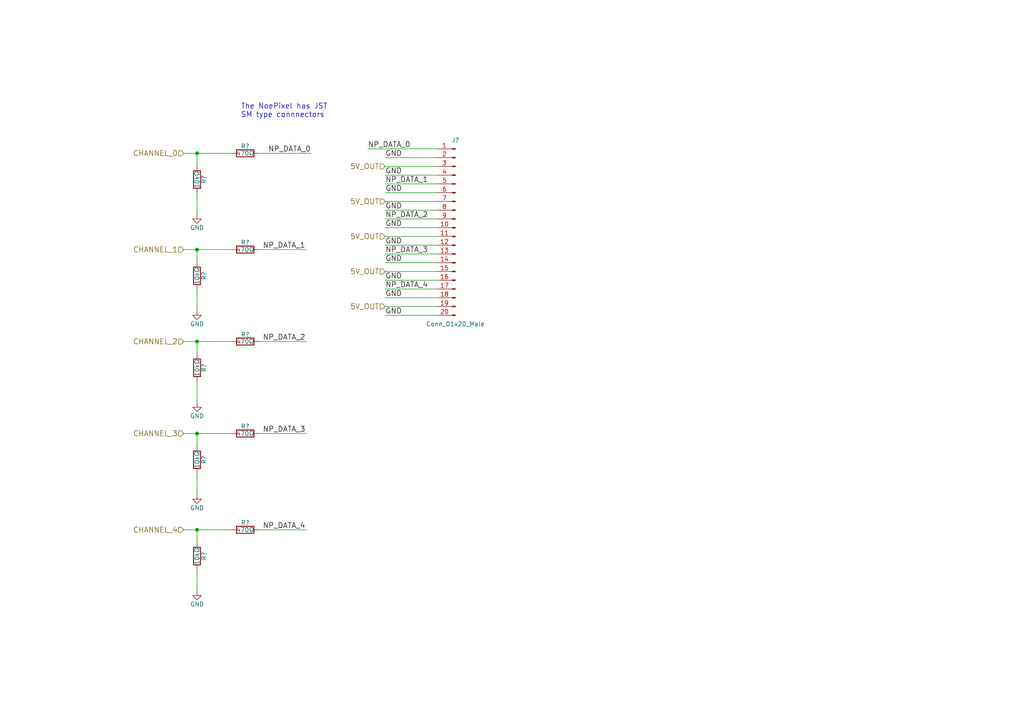
<source format=kicad_sch>
(kicad_sch
	(version 20231120)
	(generator "eeschema")
	(generator_version "8.0")
	(uuid "4a0002ad-8fb0-4c3a-9c0f-4d0a956a059b")
	(paper "A4")
	(lib_symbols
		(symbol "FiveChannel-rescue:Conn_01x20_Male"
			(pin_names
				(offset 1.016) hide)
			(exclude_from_sim no)
			(in_bom yes)
			(on_board yes)
			(property "Reference" "J"
				(at 0 25.4 0)
				(effects
					(font
						(size 1.27 1.27)
					)
				)
			)
			(property "Value" "Conn_01x20_Male"
				(at 0 -27.94 0)
				(effects
					(font
						(size 1.27 1.27)
					)
				)
			)
			(property "Footprint" ""
				(at 0 0 0)
				(effects
					(font
						(size 1.27 1.27)
					)
					(hide yes)
				)
			)
			(property "Datasheet" ""
				(at 0 0 0)
				(effects
					(font
						(size 1.27 1.27)
					)
					(hide yes)
				)
			)
			(property "Description" ""
				(at 0 0 0)
				(effects
					(font
						(size 1.27 1.27)
					)
					(hide yes)
				)
			)
			(property "Field5" ""
				(at 0 0 0)
				(effects
					(font
						(size 1.27 1.27)
					)
					(hide yes)
				)
			)
			(property "ki_fp_filters" "Connector*:*_??x*mm* Connector*:*1x??x*mm* Pin?Header?Straight?1X* Pin?Header?Angled?1X*"
				(at 0 0 0)
				(effects
					(font
						(size 1.27 1.27)
					)
					(hide yes)
				)
			)
			(symbol "Conn_01x20_Male_1_1"
				(polyline
					(pts
						(xy 1.27 -25.4) (xy 0.8636 -25.4)
					)
					(stroke
						(width 0.1524)
						(type solid)
					)
					(fill
						(type none)
					)
				)
				(polyline
					(pts
						(xy 1.27 -22.86) (xy 0.8636 -22.86)
					)
					(stroke
						(width 0.1524)
						(type solid)
					)
					(fill
						(type none)
					)
				)
				(polyline
					(pts
						(xy 1.27 -20.32) (xy 0.8636 -20.32)
					)
					(stroke
						(width 0.1524)
						(type solid)
					)
					(fill
						(type none)
					)
				)
				(polyline
					(pts
						(xy 1.27 -17.78) (xy 0.8636 -17.78)
					)
					(stroke
						(width 0.1524)
						(type solid)
					)
					(fill
						(type none)
					)
				)
				(polyline
					(pts
						(xy 1.27 -15.24) (xy 0.8636 -15.24)
					)
					(stroke
						(width 0.1524)
						(type solid)
					)
					(fill
						(type none)
					)
				)
				(polyline
					(pts
						(xy 1.27 -12.7) (xy 0.8636 -12.7)
					)
					(stroke
						(width 0.1524)
						(type solid)
					)
					(fill
						(type none)
					)
				)
				(polyline
					(pts
						(xy 1.27 -10.16) (xy 0.8636 -10.16)
					)
					(stroke
						(width 0.1524)
						(type solid)
					)
					(fill
						(type none)
					)
				)
				(polyline
					(pts
						(xy 1.27 -7.62) (xy 0.8636 -7.62)
					)
					(stroke
						(width 0.1524)
						(type solid)
					)
					(fill
						(type none)
					)
				)
				(polyline
					(pts
						(xy 1.27 -5.08) (xy 0.8636 -5.08)
					)
					(stroke
						(width 0.1524)
						(type solid)
					)
					(fill
						(type none)
					)
				)
				(polyline
					(pts
						(xy 1.27 -2.54) (xy 0.8636 -2.54)
					)
					(stroke
						(width 0.1524)
						(type solid)
					)
					(fill
						(type none)
					)
				)
				(polyline
					(pts
						(xy 1.27 0) (xy 0.8636 0)
					)
					(stroke
						(width 0.1524)
						(type solid)
					)
					(fill
						(type none)
					)
				)
				(polyline
					(pts
						(xy 1.27 2.54) (xy 0.8636 2.54)
					)
					(stroke
						(width 0.1524)
						(type solid)
					)
					(fill
						(type none)
					)
				)
				(polyline
					(pts
						(xy 1.27 5.08) (xy 0.8636 5.08)
					)
					(stroke
						(width 0.1524)
						(type solid)
					)
					(fill
						(type none)
					)
				)
				(polyline
					(pts
						(xy 1.27 7.62) (xy 0.8636 7.62)
					)
					(stroke
						(width 0.1524)
						(type solid)
					)
					(fill
						(type none)
					)
				)
				(polyline
					(pts
						(xy 1.27 10.16) (xy 0.8636 10.16)
					)
					(stroke
						(width 0.1524)
						(type solid)
					)
					(fill
						(type none)
					)
				)
				(polyline
					(pts
						(xy 1.27 12.7) (xy 0.8636 12.7)
					)
					(stroke
						(width 0.1524)
						(type solid)
					)
					(fill
						(type none)
					)
				)
				(polyline
					(pts
						(xy 1.27 15.24) (xy 0.8636 15.24)
					)
					(stroke
						(width 0.1524)
						(type solid)
					)
					(fill
						(type none)
					)
				)
				(polyline
					(pts
						(xy 1.27 17.78) (xy 0.8636 17.78)
					)
					(stroke
						(width 0.1524)
						(type solid)
					)
					(fill
						(type none)
					)
				)
				(polyline
					(pts
						(xy 1.27 20.32) (xy 0.8636 20.32)
					)
					(stroke
						(width 0.1524)
						(type solid)
					)
					(fill
						(type none)
					)
				)
				(polyline
					(pts
						(xy 1.27 22.86) (xy 0.8636 22.86)
					)
					(stroke
						(width 0.1524)
						(type solid)
					)
					(fill
						(type none)
					)
				)
				(rectangle
					(start 0.8636 -25.273)
					(end 0 -25.527)
					(stroke
						(width 0.1524)
						(type solid)
					)
					(fill
						(type outline)
					)
				)
				(rectangle
					(start 0.8636 -22.733)
					(end 0 -22.987)
					(stroke
						(width 0.1524)
						(type solid)
					)
					(fill
						(type outline)
					)
				)
				(rectangle
					(start 0.8636 -20.193)
					(end 0 -20.447)
					(stroke
						(width 0.1524)
						(type solid)
					)
					(fill
						(type outline)
					)
				)
				(rectangle
					(start 0.8636 -17.653)
					(end 0 -17.907)
					(stroke
						(width 0.1524)
						(type solid)
					)
					(fill
						(type outline)
					)
				)
				(rectangle
					(start 0.8636 -15.113)
					(end 0 -15.367)
					(stroke
						(width 0.1524)
						(type solid)
					)
					(fill
						(type outline)
					)
				)
				(rectangle
					(start 0.8636 -12.573)
					(end 0 -12.827)
					(stroke
						(width 0.1524)
						(type solid)
					)
					(fill
						(type outline)
					)
				)
				(rectangle
					(start 0.8636 -10.033)
					(end 0 -10.287)
					(stroke
						(width 0.1524)
						(type solid)
					)
					(fill
						(type outline)
					)
				)
				(rectangle
					(start 0.8636 -7.493)
					(end 0 -7.747)
					(stroke
						(width 0.1524)
						(type solid)
					)
					(fill
						(type outline)
					)
				)
				(rectangle
					(start 0.8636 -4.953)
					(end 0 -5.207)
					(stroke
						(width 0.1524)
						(type solid)
					)
					(fill
						(type outline)
					)
				)
				(rectangle
					(start 0.8636 -2.413)
					(end 0 -2.667)
					(stroke
						(width 0.1524)
						(type solid)
					)
					(fill
						(type outline)
					)
				)
				(rectangle
					(start 0.8636 0.127)
					(end 0 -0.127)
					(stroke
						(width 0.1524)
						(type solid)
					)
					(fill
						(type outline)
					)
				)
				(rectangle
					(start 0.8636 2.667)
					(end 0 2.413)
					(stroke
						(width 0.1524)
						(type solid)
					)
					(fill
						(type outline)
					)
				)
				(rectangle
					(start 0.8636 5.207)
					(end 0 4.953)
					(stroke
						(width 0.1524)
						(type solid)
					)
					(fill
						(type outline)
					)
				)
				(rectangle
					(start 0.8636 7.747)
					(end 0 7.493)
					(stroke
						(width 0.1524)
						(type solid)
					)
					(fill
						(type outline)
					)
				)
				(rectangle
					(start 0.8636 10.287)
					(end 0 10.033)
					(stroke
						(width 0.1524)
						(type solid)
					)
					(fill
						(type outline)
					)
				)
				(rectangle
					(start 0.8636 12.827)
					(end 0 12.573)
					(stroke
						(width 0.1524)
						(type solid)
					)
					(fill
						(type outline)
					)
				)
				(rectangle
					(start 0.8636 15.367)
					(end 0 15.113)
					(stroke
						(width 0.1524)
						(type solid)
					)
					(fill
						(type outline)
					)
				)
				(rectangle
					(start 0.8636 17.907)
					(end 0 17.653)
					(stroke
						(width 0.1524)
						(type solid)
					)
					(fill
						(type outline)
					)
				)
				(rectangle
					(start 0.8636 20.447)
					(end 0 20.193)
					(stroke
						(width 0.1524)
						(type solid)
					)
					(fill
						(type outline)
					)
				)
				(rectangle
					(start 0.8636 22.987)
					(end 0 22.733)
					(stroke
						(width 0.1524)
						(type solid)
					)
					(fill
						(type outline)
					)
				)
				(pin passive line
					(at 5.08 22.86 180)
					(length 3.81)
					(name "Pin_1"
						(effects
							(font
								(size 1.27 1.27)
							)
						)
					)
					(number "1"
						(effects
							(font
								(size 1.27 1.27)
							)
						)
					)
				)
				(pin passive line
					(at 5.08 0 180)
					(length 3.81)
					(name "Pin_10"
						(effects
							(font
								(size 1.27 1.27)
							)
						)
					)
					(number "10"
						(effects
							(font
								(size 1.27 1.27)
							)
						)
					)
				)
				(pin passive line
					(at 5.08 -2.54 180)
					(length 3.81)
					(name "Pin_11"
						(effects
							(font
								(size 1.27 1.27)
							)
						)
					)
					(number "11"
						(effects
							(font
								(size 1.27 1.27)
							)
						)
					)
				)
				(pin passive line
					(at 5.08 -5.08 180)
					(length 3.81)
					(name "Pin_12"
						(effects
							(font
								(size 1.27 1.27)
							)
						)
					)
					(number "12"
						(effects
							(font
								(size 1.27 1.27)
							)
						)
					)
				)
				(pin passive line
					(at 5.08 -7.62 180)
					(length 3.81)
					(name "Pin_13"
						(effects
							(font
								(size 1.27 1.27)
							)
						)
					)
					(number "13"
						(effects
							(font
								(size 1.27 1.27)
							)
						)
					)
				)
				(pin passive line
					(at 5.08 -10.16 180)
					(length 3.81)
					(name "Pin_14"
						(effects
							(font
								(size 1.27 1.27)
							)
						)
					)
					(number "14"
						(effects
							(font
								(size 1.27 1.27)
							)
						)
					)
				)
				(pin passive line
					(at 5.08 -12.7 180)
					(length 3.81)
					(name "Pin_15"
						(effects
							(font
								(size 1.27 1.27)
							)
						)
					)
					(number "15"
						(effects
							(font
								(size 1.27 1.27)
							)
						)
					)
				)
				(pin passive line
					(at 5.08 -15.24 180)
					(length 3.81)
					(name "Pin_16"
						(effects
							(font
								(size 1.27 1.27)
							)
						)
					)
					(number "16"
						(effects
							(font
								(size 1.27 1.27)
							)
						)
					)
				)
				(pin passive line
					(at 5.08 -17.78 180)
					(length 3.81)
					(name "Pin_17"
						(effects
							(font
								(size 1.27 1.27)
							)
						)
					)
					(number "17"
						(effects
							(font
								(size 1.27 1.27)
							)
						)
					)
				)
				(pin passive line
					(at 5.08 -20.32 180)
					(length 3.81)
					(name "Pin_18"
						(effects
							(font
								(size 1.27 1.27)
							)
						)
					)
					(number "18"
						(effects
							(font
								(size 1.27 1.27)
							)
						)
					)
				)
				(pin passive line
					(at 5.08 -22.86 180)
					(length 3.81)
					(name "Pin_19"
						(effects
							(font
								(size 1.27 1.27)
							)
						)
					)
					(number "19"
						(effects
							(font
								(size 1.27 1.27)
							)
						)
					)
				)
				(pin passive line
					(at 5.08 20.32 180)
					(length 3.81)
					(name "Pin_2"
						(effects
							(font
								(size 1.27 1.27)
							)
						)
					)
					(number "2"
						(effects
							(font
								(size 1.27 1.27)
							)
						)
					)
				)
				(pin passive line
					(at 5.08 -25.4 180)
					(length 3.81)
					(name "Pin_20"
						(effects
							(font
								(size 1.27 1.27)
							)
						)
					)
					(number "20"
						(effects
							(font
								(size 1.27 1.27)
							)
						)
					)
				)
				(pin passive line
					(at 5.08 17.78 180)
					(length 3.81)
					(name "Pin_3"
						(effects
							(font
								(size 1.27 1.27)
							)
						)
					)
					(number "3"
						(effects
							(font
								(size 1.27 1.27)
							)
						)
					)
				)
				(pin passive line
					(at 5.08 15.24 180)
					(length 3.81)
					(name "Pin_4"
						(effects
							(font
								(size 1.27 1.27)
							)
						)
					)
					(number "4"
						(effects
							(font
								(size 1.27 1.27)
							)
						)
					)
				)
				(pin passive line
					(at 5.08 12.7 180)
					(length 3.81)
					(name "Pin_5"
						(effects
							(font
								(size 1.27 1.27)
							)
						)
					)
					(number "5"
						(effects
							(font
								(size 1.27 1.27)
							)
						)
					)
				)
				(pin passive line
					(at 5.08 10.16 180)
					(length 3.81)
					(name "Pin_6"
						(effects
							(font
								(size 1.27 1.27)
							)
						)
					)
					(number "6"
						(effects
							(font
								(size 1.27 1.27)
							)
						)
					)
				)
				(pin passive line
					(at 5.08 7.62 180)
					(length 3.81)
					(name "Pin_7"
						(effects
							(font
								(size 1.27 1.27)
							)
						)
					)
					(number "7"
						(effects
							(font
								(size 1.27 1.27)
							)
						)
					)
				)
				(pin passive line
					(at 5.08 5.08 180)
					(length 3.81)
					(name "Pin_8"
						(effects
							(font
								(size 1.27 1.27)
							)
						)
					)
					(number "8"
						(effects
							(font
								(size 1.27 1.27)
							)
						)
					)
				)
				(pin passive line
					(at 5.08 2.54 180)
					(length 3.81)
					(name "Pin_9"
						(effects
							(font
								(size 1.27 1.27)
							)
						)
					)
					(number "9"
						(effects
							(font
								(size 1.27 1.27)
							)
						)
					)
				)
			)
		)
		(symbol "FiveChannel-rescue:GND"
			(power)
			(pin_names
				(offset 0)
			)
			(exclude_from_sim no)
			(in_bom yes)
			(on_board yes)
			(property "Reference" "#PWR"
				(at 0 -6.35 0)
				(effects
					(font
						(size 1.27 1.27)
					)
					(hide yes)
				)
			)
			(property "Value" "GND"
				(at 0 -3.81 0)
				(effects
					(font
						(size 1.27 1.27)
					)
				)
			)
			(property "Footprint" ""
				(at 0 0 0)
				(effects
					(font
						(size 1.27 1.27)
					)
					(hide yes)
				)
			)
			(property "Datasheet" ""
				(at 0 0 0)
				(effects
					(font
						(size 1.27 1.27)
					)
					(hide yes)
				)
			)
			(property "Description" ""
				(at 0 0 0)
				(effects
					(font
						(size 1.27 1.27)
					)
					(hide yes)
				)
			)
			(property "Field5" ""
				(at 0 0 0)
				(effects
					(font
						(size 1.27 1.27)
					)
					(hide yes)
				)
			)
			(symbol "GND_0_1"
				(polyline
					(pts
						(xy 0 0) (xy 0 -1.27) (xy 1.27 -1.27) (xy 0 -2.54) (xy -1.27 -1.27) (xy 0 -1.27)
					)
					(stroke
						(width 0)
						(type solid)
					)
					(fill
						(type none)
					)
				)
			)
			(symbol "GND_1_1"
				(pin power_in line
					(at 0 0 270)
					(length 0) hide
					(name "GND"
						(effects
							(font
								(size 1.27 1.27)
							)
						)
					)
					(number "1"
						(effects
							(font
								(size 1.27 1.27)
							)
						)
					)
				)
			)
		)
		(symbol "FiveChannel-rescue:R"
			(pin_numbers hide)
			(pin_names
				(offset 0)
			)
			(exclude_from_sim no)
			(in_bom yes)
			(on_board yes)
			(property "Reference" "R"
				(at 2.032 0 90)
				(effects
					(font
						(size 1.27 1.27)
					)
				)
			)
			(property "Value" "R"
				(at 0 0 90)
				(effects
					(font
						(size 1.27 1.27)
					)
				)
			)
			(property "Footprint" ""
				(at -1.778 0 90)
				(effects
					(font
						(size 1.27 1.27)
					)
					(hide yes)
				)
			)
			(property "Datasheet" ""
				(at 0 0 0)
				(effects
					(font
						(size 1.27 1.27)
					)
					(hide yes)
				)
			)
			(property "Description" ""
				(at 0 0 0)
				(effects
					(font
						(size 1.27 1.27)
					)
					(hide yes)
				)
			)
			(property "Field5" ""
				(at 0 0 0)
				(effects
					(font
						(size 1.27 1.27)
					)
					(hide yes)
				)
			)
			(property "ki_fp_filters" "R_* R_*"
				(at 0 0 0)
				(effects
					(font
						(size 1.27 1.27)
					)
					(hide yes)
				)
			)
			(symbol "R_0_1"
				(rectangle
					(start -1.016 -2.54)
					(end 1.016 2.54)
					(stroke
						(width 0.254)
						(type solid)
					)
					(fill
						(type none)
					)
				)
			)
			(symbol "R_1_1"
				(pin passive line
					(at 0 3.81 270)
					(length 1.27)
					(name "~"
						(effects
							(font
								(size 1.27 1.27)
							)
						)
					)
					(number "1"
						(effects
							(font
								(size 1.27 1.27)
							)
						)
					)
				)
				(pin passive line
					(at 0 -3.81 90)
					(length 1.27)
					(name "~"
						(effects
							(font
								(size 1.27 1.27)
							)
						)
					)
					(number "2"
						(effects
							(font
								(size 1.27 1.27)
							)
						)
					)
				)
			)
		)
	)
	(junction
		(at 57.15 153.67)
		(diameter 0)
		(color 0 0 0 0)
		(uuid "2c22dd1e-d414-4457-b7fa-e02a7bce022d")
	)
	(junction
		(at 57.15 99.06)
		(diameter 0)
		(color 0 0 0 0)
		(uuid "58224d73-91b6-4e39-8da8-3d3256cf2702")
	)
	(junction
		(at 57.15 72.39)
		(diameter 0)
		(color 0 0 0 0)
		(uuid "98ac2f1c-5381-4fa4-aaa4-a3e8be27e3b0")
	)
	(junction
		(at 57.15 125.73)
		(diameter 0)
		(color 0 0 0 0)
		(uuid "d8858937-90e2-41ab-bce8-e4781cadc825")
	)
	(junction
		(at 57.15 44.45)
		(diameter 0)
		(color 0 0 0 0)
		(uuid "e9a35500-d0a5-47d1-9e5a-ab821110c6b1")
	)
	(wire
		(pts
			(xy 74.93 99.06) (xy 88.9 99.06)
		)
		(stroke
			(width 0)
			(type default)
		)
		(uuid "06c28c83-bdf8-4723-bbd1-9d68c7879350")
	)
	(wire
		(pts
			(xy 127 83.82) (xy 111.76 83.82)
		)
		(stroke
			(width 0)
			(type default)
		)
		(uuid "0f41451e-dd62-4e95-aa05-6c7b45c3bf30")
	)
	(wire
		(pts
			(xy 57.15 99.06) (xy 57.15 102.87)
		)
		(stroke
			(width 0)
			(type default)
		)
		(uuid "13f011af-e03b-46c6-a025-2d5b273cf0dd")
	)
	(wire
		(pts
			(xy 53.34 99.06) (xy 57.15 99.06)
		)
		(stroke
			(width 0)
			(type default)
		)
		(uuid "147a4a63-2d36-47bf-9fe3-d2d78d69cf76")
	)
	(wire
		(pts
			(xy 53.34 153.67) (xy 57.15 153.67)
		)
		(stroke
			(width 0)
			(type default)
		)
		(uuid "168f30fc-1793-48e9-b236-49fa788ab098")
	)
	(wire
		(pts
			(xy 127 45.72) (xy 111.76 45.72)
		)
		(stroke
			(width 0)
			(type default)
		)
		(uuid "2c22ee69-d453-409b-b120-2127ee840875")
	)
	(wire
		(pts
			(xy 57.15 153.67) (xy 57.15 157.48)
		)
		(stroke
			(width 0)
			(type default)
		)
		(uuid "2d9fac08-bc8f-42fb-b9d9-c44f72483aa6")
	)
	(wire
		(pts
			(xy 57.15 125.73) (xy 57.15 129.54)
		)
		(stroke
			(width 0)
			(type default)
		)
		(uuid "2deb82e6-0f95-4182-9853-4d004af10b42")
	)
	(wire
		(pts
			(xy 127 73.66) (xy 111.76 73.66)
		)
		(stroke
			(width 0)
			(type default)
		)
		(uuid "37e5fe7c-c1bc-48f0-8532-76f7677a5542")
	)
	(wire
		(pts
			(xy 127 88.9) (xy 111.76 88.9)
		)
		(stroke
			(width 0)
			(type default)
		)
		(uuid "37fbb08a-5914-480f-8372-85cbfaca4892")
	)
	(wire
		(pts
			(xy 127 86.36) (xy 111.76 86.36)
		)
		(stroke
			(width 0)
			(type default)
		)
		(uuid "38ea8115-5179-4a2c-b5a5-f228a3cfc40b")
	)
	(wire
		(pts
			(xy 57.15 99.06) (xy 67.31 99.06)
		)
		(stroke
			(width 0)
			(type default)
		)
		(uuid "3aea0bd5-319d-4267-b35d-d140cf7aa6fe")
	)
	(wire
		(pts
			(xy 74.93 125.73) (xy 88.9 125.73)
		)
		(stroke
			(width 0)
			(type default)
		)
		(uuid "3fd92d91-6136-4a95-8959-5dc25b1af8ed")
	)
	(wire
		(pts
			(xy 127 50.8) (xy 111.76 50.8)
		)
		(stroke
			(width 0)
			(type default)
		)
		(uuid "42ac3772-2cc2-4646-94e2-6c7d3c3f7b95")
	)
	(wire
		(pts
			(xy 57.15 44.45) (xy 57.15 48.26)
		)
		(stroke
			(width 0)
			(type default)
		)
		(uuid "45f20287-9174-47f4-afcc-0292526f0870")
	)
	(wire
		(pts
			(xy 127 55.88) (xy 111.76 55.88)
		)
		(stroke
			(width 0)
			(type default)
		)
		(uuid "47292506-a7b9-4c95-bff6-8cfbadaf401c")
	)
	(wire
		(pts
			(xy 57.15 55.88) (xy 57.15 62.23)
		)
		(stroke
			(width 0)
			(type default)
		)
		(uuid "48404f06-2a3b-4965-aa64-27cadbfafc6b")
	)
	(wire
		(pts
			(xy 57.15 125.73) (xy 67.31 125.73)
		)
		(stroke
			(width 0)
			(type default)
		)
		(uuid "4ac79c53-53de-4d7a-8389-99b34dbfff01")
	)
	(wire
		(pts
			(xy 127 76.2) (xy 111.76 76.2)
		)
		(stroke
			(width 0)
			(type default)
		)
		(uuid "5522d952-6e37-4fb4-b812-60d621834bd1")
	)
	(wire
		(pts
			(xy 127 58.42) (xy 111.76 58.42)
		)
		(stroke
			(width 0)
			(type default)
		)
		(uuid "58b19741-8b7b-431e-9b1a-1e4c7b312c3f")
	)
	(wire
		(pts
			(xy 127 66.04) (xy 111.76 66.04)
		)
		(stroke
			(width 0)
			(type default)
		)
		(uuid "5ced9719-eb71-413c-bbaf-dc1e3e81c652")
	)
	(wire
		(pts
			(xy 127 63.5) (xy 111.76 63.5)
		)
		(stroke
			(width 0)
			(type default)
		)
		(uuid "62148df6-f2b4-4b02-9c39-441300ab8946")
	)
	(wire
		(pts
			(xy 57.15 83.82) (xy 57.15 90.17)
		)
		(stroke
			(width 0)
			(type default)
		)
		(uuid "676cf8d8-0fa2-498b-a112-8f7966df541d")
	)
	(wire
		(pts
			(xy 74.93 153.67) (xy 88.9 153.67)
		)
		(stroke
			(width 0)
			(type default)
		)
		(uuid "6a2fa59b-7dde-4f0a-802a-813193e9cbc7")
	)
	(wire
		(pts
			(xy 53.34 72.39) (xy 57.15 72.39)
		)
		(stroke
			(width 0)
			(type default)
		)
		(uuid "702906d4-f424-4eb0-aea8-216218b3a608")
	)
	(wire
		(pts
			(xy 57.15 153.67) (xy 67.31 153.67)
		)
		(stroke
			(width 0)
			(type default)
		)
		(uuid "726d6d1b-0be3-436a-9ac7-dd10920e163e")
	)
	(wire
		(pts
			(xy 57.15 44.45) (xy 67.31 44.45)
		)
		(stroke
			(width 0)
			(type default)
		)
		(uuid "7b8c1daa-c512-4173-a4ba-c3fecefdd653")
	)
	(wire
		(pts
			(xy 74.93 44.45) (xy 90.17 44.45)
		)
		(stroke
			(width 0)
			(type default)
		)
		(uuid "7d79c906-e19e-4fcb-9f24-c428731f9189")
	)
	(wire
		(pts
			(xy 127 91.44) (xy 111.76 91.44)
		)
		(stroke
			(width 0)
			(type default)
		)
		(uuid "7f5172aa-6d1e-4a8d-a256-938a61e53c61")
	)
	(wire
		(pts
			(xy 106.68 43.18) (xy 127 43.18)
		)
		(stroke
			(width 0)
			(type default)
		)
		(uuid "8d4e2e41-35c2-4fb2-a2ed-9e02cf4a599b")
	)
	(wire
		(pts
			(xy 53.34 44.45) (xy 57.15 44.45)
		)
		(stroke
			(width 0)
			(type default)
		)
		(uuid "9187fa5d-d619-485e-a66d-fdcecddeb443")
	)
	(wire
		(pts
			(xy 127 71.12) (xy 111.76 71.12)
		)
		(stroke
			(width 0)
			(type default)
		)
		(uuid "927c8211-bec5-4d0b-a354-340b2a16557d")
	)
	(wire
		(pts
			(xy 74.93 72.39) (xy 88.9 72.39)
		)
		(stroke
			(width 0)
			(type default)
		)
		(uuid "956fa69a-e98a-426c-8fe1-de2ca1030cd5")
	)
	(wire
		(pts
			(xy 127 78.74) (xy 111.76 78.74)
		)
		(stroke
			(width 0)
			(type default)
		)
		(uuid "98bfd008-1d8a-47fd-91dd-7f62678c5f3c")
	)
	(wire
		(pts
			(xy 53.34 125.73) (xy 57.15 125.73)
		)
		(stroke
			(width 0)
			(type default)
		)
		(uuid "a63d57cd-99d4-4450-90a8-a69d5f000f0a")
	)
	(wire
		(pts
			(xy 57.15 72.39) (xy 57.15 76.2)
		)
		(stroke
			(width 0)
			(type default)
		)
		(uuid "a7ebfac5-587c-4d21-acd1-2a3d6c19a54e")
	)
	(wire
		(pts
			(xy 57.15 165.1) (xy 57.15 171.45)
		)
		(stroke
			(width 0)
			(type default)
		)
		(uuid "b2b63819-0174-4f19-b5b0-1f28172a152d")
	)
	(wire
		(pts
			(xy 127 81.28) (xy 111.76 81.28)
		)
		(stroke
			(width 0)
			(type default)
		)
		(uuid "b999f51a-909d-4520-86cc-0130f96e813a")
	)
	(wire
		(pts
			(xy 127 53.34) (xy 111.76 53.34)
		)
		(stroke
			(width 0)
			(type default)
		)
		(uuid "bf13afbb-420c-478d-a836-efe5f12ff8cc")
	)
	(wire
		(pts
			(xy 57.15 110.49) (xy 57.15 116.84)
		)
		(stroke
			(width 0)
			(type default)
		)
		(uuid "c002e428-347a-489a-a3d2-3ea8c46ea9fb")
	)
	(wire
		(pts
			(xy 57.15 72.39) (xy 67.31 72.39)
		)
		(stroke
			(width 0)
			(type default)
		)
		(uuid "d3cc2e16-cca7-4126-8dd9-4d4a3ca49565")
	)
	(wire
		(pts
			(xy 127 68.58) (xy 111.76 68.58)
		)
		(stroke
			(width 0)
			(type default)
		)
		(uuid "e1f589bf-cb6b-4f13-89c5-37037db173d4")
	)
	(wire
		(pts
			(xy 57.15 137.16) (xy 57.15 143.51)
		)
		(stroke
			(width 0)
			(type default)
		)
		(uuid "e62af647-b50a-41ac-8537-2ad353f052c9")
	)
	(wire
		(pts
			(xy 127 60.96) (xy 111.76 60.96)
		)
		(stroke
			(width 0)
			(type default)
		)
		(uuid "f3d95682-8495-4469-b40a-67ab4ab9764b")
	)
	(wire
		(pts
			(xy 111.76 48.26) (xy 127 48.26)
		)
		(stroke
			(width 0)
			(type default)
		)
		(uuid "f516f1af-00d5-458f-8fbb-ab6d4bb70419")
	)
	(text "The NoePixel has JST \nSM type connnectors"
		(exclude_from_sim no)
		(at 69.85 34.29 0)
		(effects
			(font
				(size 1.524 1.524)
			)
			(justify left bottom)
		)
		(uuid "0fd3bccd-3c34-4bb6-9fd4-0c7b91de8c99")
	)
	(label "GND"
		(at 111.76 86.36 0)
		(effects
			(font
				(size 1.524 1.524)
			)
			(justify left bottom)
		)
		(uuid "06d432ec-954b-4683-8aa6-66b73c279bb5")
	)
	(label "NP_DATA_2"
		(at 76.2 99.06 0)
		(effects
			(font
				(size 1.524 1.524)
			)
			(justify left bottom)
		)
		(uuid "071eaca5-0372-4022-aa99-2d92ae8a4577")
	)
	(label "GND"
		(at 111.76 55.88 0)
		(effects
			(font
				(size 1.524 1.524)
			)
			(justify left bottom)
		)
		(uuid "0ac4db8a-312f-45f2-a5d5-e2408e4cb32b")
	)
	(label "NP_DATA_3"
		(at 111.76 73.66 0)
		(effects
			(font
				(size 1.524 1.524)
			)
			(justify left bottom)
		)
		(uuid "0f37c109-9103-4bdb-a47d-6485b576a215")
	)
	(label "NP_DATA_1"
		(at 111.76 53.34 0)
		(effects
			(font
				(size 1.524 1.524)
			)
			(justify left bottom)
		)
		(uuid "141b3406-acf8-48c3-8e10-a2813665fb82")
	)
	(label "NP_DATA_3"
		(at 76.2 125.73 0)
		(effects
			(font
				(size 1.524 1.524)
			)
			(justify left bottom)
		)
		(uuid "2381125f-7662-4b64-a6de-908d838e167c")
	)
	(label "NP_DATA_2"
		(at 111.76 63.5 0)
		(effects
			(font
				(size 1.524 1.524)
			)
			(justify left bottom)
		)
		(uuid "309440b3-44cd-4931-8c7a-fa447ec4c33a")
	)
	(label "GND"
		(at 111.76 81.28 0)
		(effects
			(font
				(size 1.524 1.524)
			)
			(justify left bottom)
		)
		(uuid "3d755cd7-de17-4f72-96fd-3b288bf35900")
	)
	(label "GND"
		(at 111.76 45.72 0)
		(effects
			(font
				(size 1.524 1.524)
			)
			(justify left bottom)
		)
		(uuid "67a66523-41d8-4580-beb7-3770c5fff4a3")
	)
	(label "NP_DATA_0"
		(at 106.68 43.18 0)
		(effects
			(font
				(size 1.524 1.524)
			)
			(justify left bottom)
		)
		(uuid "71fd65f1-fcf0-4e8d-a72a-cb5b4a89d1b2")
	)
	(label "GND"
		(at 111.76 76.2 0)
		(effects
			(font
				(size 1.524 1.524)
			)
			(justify left bottom)
		)
		(uuid "799bd9af-fee7-436d-8196-b26973e3b833")
	)
	(label "NP_DATA_0"
		(at 90.17 44.45 180)
		(effects
			(font
				(size 1.524 1.524)
			)
			(justify right bottom)
		)
		(uuid "7c6dc4ca-aaec-472c-a323-eb61f274cb8a")
	)
	(label "NP_DATA_1"
		(at 76.2 72.39 0)
		(effects
			(font
				(size 1.524 1.524)
			)
			(justify left bottom)
		)
		(uuid "7d0bd143-bdac-4245-b81a-7e3d42c0ebce")
	)
	(label "NP_DATA_4"
		(at 76.2 153.67 0)
		(effects
			(font
				(size 1.524 1.524)
			)
			(justify left bottom)
		)
		(uuid "8a71eb48-4c23-42e5-af72-4b101ca6e743")
	)
	(label "GND"
		(at 111.76 66.04 0)
		(effects
			(font
				(size 1.524 1.524)
			)
			(justify left bottom)
		)
		(uuid "8ca75903-db30-43fb-bdeb-94f2acf67264")
	)
	(label "NP_DATA_4"
		(at 111.76 83.82 0)
		(effects
			(font
				(size 1.524 1.524)
			)
			(justify left bottom)
		)
		(uuid "8d69de43-7ea7-449f-8e0d-c37e9f2d2e72")
	)
	(label "GND"
		(at 111.76 50.8 0)
		(effects
			(font
				(size 1.524 1.524)
			)
			(justify left bottom)
		)
		(uuid "990ee52c-7bed-4c5a-8c84-4e6fcb8b19de")
	)
	(label "GND"
		(at 111.76 71.12 0)
		(effects
			(font
				(size 1.524 1.524)
			)
			(justify left bottom)
		)
		(uuid "aa584e40-81a3-47a8-b5a3-6639ca26b77c")
	)
	(label "GND"
		(at 111.76 60.96 0)
		(effects
			(font
				(size 1.524 1.524)
			)
			(justify left bottom)
		)
		(uuid "b8d70435-7e0f-4010-a4c6-39989e104400")
	)
	(label "GND"
		(at 111.76 91.44 0)
		(effects
			(font
				(size 1.524 1.524)
			)
			(justify left bottom)
		)
		(uuid "ce2a17c5-284d-4385-a909-56d97b71a947")
	)
	(hierarchical_label "CHANNEL_3"
		(shape input)
		(at 53.34 125.73 180)
		(effects
			(font
				(size 1.524 1.524)
			)
			(justify right)
		)
		(uuid "01e1972f-9d5c-457e-ac20-023d3e41e2a5")
	)
	(hierarchical_label "5V_OUT"
		(shape input)
		(at 111.76 58.42 180)
		(effects
			(font
				(size 1.524 1.524)
			)
			(justify right)
		)
		(uuid "149f5c0b-e8d3-4656-ab7d-2c97f0a31d02")
	)
	(hierarchical_label "CHANNEL_0"
		(shape input)
		(at 53.34 44.45 180)
		(effects
			(font
				(size 1.524 1.524)
			)
			(justify right)
		)
		(uuid "4ef20d68-80e8-4612-b670-0163f023500b")
	)
	(hierarchical_label "5V_OUT"
		(shape input)
		(at 111.76 68.58 180)
		(effects
			(font
				(size 1.524 1.524)
			)
			(justify right)
		)
		(uuid "76e99d00-5051-408c-a7f7-a40f43e77080")
	)
	(hierarchical_label "CHANNEL_1"
		(shape input)
		(at 53.34 72.39 180)
		(effects
			(font
				(size 1.524 1.524)
			)
			(justify right)
		)
		(uuid "9f837410-e520-47ec-8d6f-cca71d841560")
	)
	(hierarchical_label "5V_OUT"
		(shape input)
		(at 111.76 88.9 180)
		(effects
			(font
				(size 1.524 1.524)
			)
			(justify right)
		)
		(uuid "b8a42de9-a4ab-4fd6-94fc-32988c136b56")
	)
	(hierarchical_label "5V_OUT"
		(shape input)
		(at 111.76 48.26 180)
		(effects
			(font
				(size 1.524 1.524)
			)
			(justify right)
		)
		(uuid "bd2d51c7-9271-492c-a168-edccef06c917")
	)
	(hierarchical_label "CHANNEL_2"
		(shape input)
		(at 53.34 99.06 180)
		(effects
			(font
				(size 1.524 1.524)
			)
			(justify right)
		)
		(uuid "cb0545fe-33cf-4ed2-ad2c-c77fefc192dc")
	)
	(hierarchical_label "5V_OUT"
		(shape input)
		(at 111.76 78.74 180)
		(effects
			(font
				(size 1.524 1.524)
			)
			(justify right)
		)
		(uuid "f0e83660-4a34-4a57-9057-77c4ce4c9da4")
	)
	(hierarchical_label "CHANNEL_4"
		(shape input)
		(at 53.34 153.67 180)
		(effects
			(font
				(size 1.524 1.524)
			)
			(justify right)
		)
		(uuid "ff22242c-cd48-4ec6-8f17-a316a0ca4727")
	)
	(symbol
		(lib_name "FiveChannel-rescue:R")
		(lib_id "FiveChannel-rescue:R")
		(at 71.12 44.45 90)
		(unit 1)
		(exclude_from_sim no)
		(in_bom yes)
		(on_board yes)
		(dnp no)
		(uuid "00000000-0000-0000-0000-00005a6109cb")
		(property "Reference" "R?"
			(at 71.12 42.418 90)
			(effects
				(font
					(size 1.27 1.27)
				)
			)
		)
		(property "Value" "470Ω"
			(at 71.12 44.45 90)
			(effects
				(font
					(size 1.27 1.27)
				)
			)
		)
		(property "Footprint" "Resistors_SMD:R_0805_HandSoldering"
			(at 71.12 46.228 90)
			(effects
				(font
					(size 1.27 1.27)
				)
				(hide yes)
			)
		)
		(property "Datasheet" ""
			(at 71.12 44.45 0)
			(effects
				(font
					(size 1.27 1.27)
				)
				(hide yes)
			)
		)
		(property "Description" ""
			(at 71.12 44.45 0)
			(effects
				(font
					(size 1.27 1.27)
				)
				(hide yes)
			)
		)
		(pin "2"
			(uuid "caa9cd8f-6f1e-4dec-acb6-307061c80f27")
		)
		(pin "1"
			(uuid "26ea693b-8b7d-49ee-8a74-922407a220dc")
		)
		(instances
			(project "FiveChannel"
				(path "/d33dd064-c39e-4748-b537-bd141b41d8cc/00000000-0000-0000-0000-00005a6111ea"
					(reference "R?")
					(unit 1)
				)
			)
		)
	)
	(symbol
		(lib_name "FiveChannel-rescue:R")
		(lib_id "FiveChannel-rescue:R")
		(at 57.15 52.07 0)
		(unit 1)
		(exclude_from_sim no)
		(in_bom yes)
		(on_board yes)
		(dnp no)
		(uuid "00000000-0000-0000-0000-00005a6109f1")
		(property "Reference" "R?"
			(at 59.182 52.07 90)
			(effects
				(font
					(size 1.27 1.27)
				)
			)
		)
		(property "Value" "10kΩ"
			(at 57.15 52.07 90)
			(effects
				(font
					(size 1.27 1.27)
				)
			)
		)
		(property "Footprint" "Resistors_SMD:R_0805_HandSoldering"
			(at 55.372 52.07 90)
			(effects
				(font
					(size 1.27 1.27)
				)
				(hide yes)
			)
		)
		(property "Datasheet" ""
			(at 57.15 52.07 0)
			(effects
				(font
					(size 1.27 1.27)
				)
				(hide yes)
			)
		)
		(property "Description" ""
			(at 57.15 52.07 0)
			(effects
				(font
					(size 1.27 1.27)
				)
				(hide yes)
			)
		)
		(pin "2"
			(uuid "a8e5d3a8-08f3-47ec-8f8b-e091b01ab48b")
		)
		(pin "1"
			(uuid "b5b5c2a0-9c90-41a9-8d96-c1f3f9cf0f51")
		)
		(instances
			(project "FiveChannel"
				(path "/d33dd064-c39e-4748-b537-bd141b41d8cc/00000000-0000-0000-0000-00005a6111ea"
					(reference "R?")
					(unit 1)
				)
			)
		)
	)
	(symbol
		(lib_name "FiveChannel-rescue:GND")
		(lib_id "FiveChannel-rescue:GND")
		(at 57.15 62.23 0)
		(unit 1)
		(exclude_from_sim no)
		(in_bom yes)
		(on_board yes)
		(dnp no)
		(uuid "00000000-0000-0000-0000-00005a6109fb")
		(property "Reference" "#PWR?"
			(at 57.15 68.58 0)
			(effects
				(font
					(size 1.27 1.27)
				)
				(hide yes)
			)
		)
		(property "Value" "GND"
			(at 57.15 66.04 0)
			(effects
				(font
					(size 1.27 1.27)
				)
			)
		)
		(property "Footprint" ""
			(at 57.15 62.23 0)
			(effects
				(font
					(size 1.27 1.27)
				)
				(hide yes)
			)
		)
		(property "Datasheet" ""
			(at 57.15 62.23 0)
			(effects
				(font
					(size 1.27 1.27)
				)
				(hide yes)
			)
		)
		(property "Description" ""
			(at 57.15 62.23 0)
			(effects
				(font
					(size 1.27 1.27)
				)
				(hide yes)
			)
		)
		(pin "1"
			(uuid "2dce866f-302f-4dd7-8de6-210640dbbacd")
		)
		(instances
			(project "FiveChannel"
				(path "/d33dd064-c39e-4748-b537-bd141b41d8cc/00000000-0000-0000-0000-00005a6111ea"
					(reference "#PWR?")
					(unit 1)
				)
			)
		)
	)
	(symbol
		(lib_name "FiveChannel-rescue:R")
		(lib_id "FiveChannel-rescue:R")
		(at 71.12 72.39 90)
		(unit 1)
		(exclude_from_sim no)
		(in_bom yes)
		(on_board yes)
		(dnp no)
		(uuid "00000000-0000-0000-0000-00005a610bfb")
		(property "Reference" "R?"
			(at 71.12 70.358 90)
			(effects
				(font
					(size 1.27 1.27)
				)
			)
		)
		(property "Value" "470Ω"
			(at 71.12 72.39 90)
			(effects
				(font
					(size 1.27 1.27)
				)
			)
		)
		(property "Footprint" "Resistors_SMD:R_0805_HandSoldering"
			(at 71.12 74.168 90)
			(effects
				(font
					(size 1.27 1.27)
				)
				(hide yes)
			)
		)
		(property "Datasheet" ""
			(at 71.12 72.39 0)
			(effects
				(font
					(size 1.27 1.27)
				)
				(hide yes)
			)
		)
		(property "Description" ""
			(at 71.12 72.39 0)
			(effects
				(font
					(size 1.27 1.27)
				)
				(hide yes)
			)
		)
		(pin "2"
			(uuid "61bf2065-1240-41d7-974c-2ec8739235c3")
		)
		(pin "1"
			(uuid "9a9b53bf-548d-4749-be61-9b07aa72dc84")
		)
		(instances
			(project "FiveChannel"
				(path "/d33dd064-c39e-4748-b537-bd141b41d8cc/00000000-0000-0000-0000-00005a6111ea"
					(reference "R?")
					(unit 1)
				)
			)
		)
	)
	(symbol
		(lib_name "FiveChannel-rescue:R")
		(lib_id "FiveChannel-rescue:R")
		(at 57.15 80.01 0)
		(unit 1)
		(exclude_from_sim no)
		(in_bom yes)
		(on_board yes)
		(dnp no)
		(uuid "00000000-0000-0000-0000-00005a610c1c")
		(property "Reference" "R?"
			(at 59.182 80.01 90)
			(effects
				(font
					(size 1.27 1.27)
				)
			)
		)
		(property "Value" "10kΩ"
			(at 57.15 80.01 90)
			(effects
				(font
					(size 1.27 1.27)
				)
			)
		)
		(property "Footprint" "Resistors_SMD:R_0805_HandSoldering"
			(at 55.372 80.01 90)
			(effects
				(font
					(size 1.27 1.27)
				)
				(hide yes)
			)
		)
		(property "Datasheet" ""
			(at 57.15 80.01 0)
			(effects
				(font
					(size 1.27 1.27)
				)
				(hide yes)
			)
		)
		(property "Description" ""
			(at 57.15 80.01 0)
			(effects
				(font
					(size 1.27 1.27)
				)
				(hide yes)
			)
		)
		(pin "1"
			(uuid "c0c6c543-6976-4206-b416-dfac5cae4435")
		)
		(pin "2"
			(uuid "dce2eb06-7566-4f43-a7b0-c269d9872da6")
		)
		(instances
			(project "FiveChannel"
				(path "/d33dd064-c39e-4748-b537-bd141b41d8cc/00000000-0000-0000-0000-00005a6111ea"
					(reference "R?")
					(unit 1)
				)
			)
		)
	)
	(symbol
		(lib_name "FiveChannel-rescue:GND")
		(lib_id "FiveChannel-rescue:GND")
		(at 57.15 90.17 0)
		(unit 1)
		(exclude_from_sim no)
		(in_bom yes)
		(on_board yes)
		(dnp no)
		(uuid "00000000-0000-0000-0000-00005a610c25")
		(property "Reference" "#PWR?"
			(at 57.15 96.52 0)
			(effects
				(font
					(size 1.27 1.27)
				)
				(hide yes)
			)
		)
		(property "Value" "GND"
			(at 57.15 93.98 0)
			(effects
				(font
					(size 1.27 1.27)
				)
			)
		)
		(property "Footprint" ""
			(at 57.15 90.17 0)
			(effects
				(font
					(size 1.27 1.27)
				)
				(hide yes)
			)
		)
		(property "Datasheet" ""
			(at 57.15 90.17 0)
			(effects
				(font
					(size 1.27 1.27)
				)
				(hide yes)
			)
		)
		(property "Description" ""
			(at 57.15 90.17 0)
			(effects
				(font
					(size 1.27 1.27)
				)
				(hide yes)
			)
		)
		(pin "1"
			(uuid "326cdbe5-48b4-4dc7-9ecc-42dde01331a2")
		)
		(instances
			(project "FiveChannel"
				(path "/d33dd064-c39e-4748-b537-bd141b41d8cc/00000000-0000-0000-0000-00005a6111ea"
					(reference "#PWR?")
					(unit 1)
				)
			)
		)
	)
	(symbol
		(lib_name "FiveChannel-rescue:R")
		(lib_id "FiveChannel-rescue:R")
		(at 71.12 99.06 90)
		(unit 1)
		(exclude_from_sim no)
		(in_bom yes)
		(on_board yes)
		(dnp no)
		(uuid "00000000-0000-0000-0000-00005a610cef")
		(property "Reference" "R?"
			(at 71.12 97.028 90)
			(effects
				(font
					(size 1.27 1.27)
				)
			)
		)
		(property "Value" "470Ω"
			(at 71.12 99.06 90)
			(effects
				(font
					(size 1.27 1.27)
				)
			)
		)
		(property "Footprint" "Resistors_SMD:R_0805_HandSoldering"
			(at 71.12 100.838 90)
			(effects
				(font
					(size 1.27 1.27)
				)
				(hide yes)
			)
		)
		(property "Datasheet" ""
			(at 71.12 99.06 0)
			(effects
				(font
					(size 1.27 1.27)
				)
				(hide yes)
			)
		)
		(property "Description" ""
			(at 71.12 99.06 0)
			(effects
				(font
					(size 1.27 1.27)
				)
				(hide yes)
			)
		)
		(pin "1"
			(uuid "53ce63db-8963-41db-929c-e7a055f28a93")
		)
		(pin "2"
			(uuid "ee0555aa-2f55-44cd-abde-04d54144da74")
		)
		(instances
			(project "FiveChannel"
				(path "/d33dd064-c39e-4748-b537-bd141b41d8cc/00000000-0000-0000-0000-00005a6111ea"
					(reference "R?")
					(unit 1)
				)
			)
		)
	)
	(symbol
		(lib_name "FiveChannel-rescue:R")
		(lib_id "FiveChannel-rescue:R")
		(at 57.15 106.68 0)
		(unit 1)
		(exclude_from_sim no)
		(in_bom yes)
		(on_board yes)
		(dnp no)
		(uuid "00000000-0000-0000-0000-00005a610d10")
		(property "Reference" "R?"
			(at 59.182 106.68 90)
			(effects
				(font
					(size 1.27 1.27)
				)
			)
		)
		(property "Value" "10kΩ"
			(at 57.15 106.68 90)
			(effects
				(font
					(size 1.27 1.27)
				)
			)
		)
		(property "Footprint" "Resistors_SMD:R_0805_HandSoldering"
			(at 55.372 106.68 90)
			(effects
				(font
					(size 1.27 1.27)
				)
				(hide yes)
			)
		)
		(property "Datasheet" ""
			(at 57.15 106.68 0)
			(effects
				(font
					(size 1.27 1.27)
				)
				(hide yes)
			)
		)
		(property "Description" ""
			(at 57.15 106.68 0)
			(effects
				(font
					(size 1.27 1.27)
				)
				(hide yes)
			)
		)
		(pin "1"
			(uuid "4fb9b2a7-8e7f-425a-9f09-e1fcac25c34f")
		)
		(pin "2"
			(uuid "500673b3-e383-4717-9c9f-58edc9806c1e")
		)
		(instances
			(project "FiveChannel"
				(path "/d33dd064-c39e-4748-b537-bd141b41d8cc/00000000-0000-0000-0000-00005a6111ea"
					(reference "R?")
					(unit 1)
				)
			)
		)
	)
	(symbol
		(lib_name "FiveChannel-rescue:GND")
		(lib_id "FiveChannel-rescue:GND")
		(at 57.15 116.84 0)
		(unit 1)
		(exclude_from_sim no)
		(in_bom yes)
		(on_board yes)
		(dnp no)
		(uuid "00000000-0000-0000-0000-00005a610d19")
		(property "Reference" "#PWR?"
			(at 57.15 123.19 0)
			(effects
				(font
					(size 1.27 1.27)
				)
				(hide yes)
			)
		)
		(property "Value" "GND"
			(at 57.15 120.65 0)
			(effects
				(font
					(size 1.27 1.27)
				)
			)
		)
		(property "Footprint" ""
			(at 57.15 116.84 0)
			(effects
				(font
					(size 1.27 1.27)
				)
				(hide yes)
			)
		)
		(property "Datasheet" ""
			(at 57.15 116.84 0)
			(effects
				(font
					(size 1.27 1.27)
				)
				(hide yes)
			)
		)
		(property "Description" ""
			(at 57.15 116.84 0)
			(effects
				(font
					(size 1.27 1.27)
				)
				(hide yes)
			)
		)
		(pin "1"
			(uuid "de0dcab5-c2e5-4267-8267-c9dae35ab22b")
		)
		(instances
			(project "FiveChannel"
				(path "/d33dd064-c39e-4748-b537-bd141b41d8cc/00000000-0000-0000-0000-00005a6111ea"
					(reference "#PWR?")
					(unit 1)
				)
			)
		)
	)
	(symbol
		(lib_name "FiveChannel-rescue:R")
		(lib_id "FiveChannel-rescue:R")
		(at 71.12 125.73 90)
		(unit 1)
		(exclude_from_sim no)
		(in_bom yes)
		(on_board yes)
		(dnp no)
		(uuid "00000000-0000-0000-0000-00005a610dc7")
		(property "Reference" "R?"
			(at 71.12 123.698 90)
			(effects
				(font
					(size 1.27 1.27)
				)
			)
		)
		(property "Value" "470Ω"
			(at 71.12 125.73 90)
			(effects
				(font
					(size 1.27 1.27)
				)
			)
		)
		(property "Footprint" "Resistors_SMD:R_0805_HandSoldering"
			(at 71.12 127.508 90)
			(effects
				(font
					(size 1.27 1.27)
				)
				(hide yes)
			)
		)
		(property "Datasheet" ""
			(at 71.12 125.73 0)
			(effects
				(font
					(size 1.27 1.27)
				)
				(hide yes)
			)
		)
		(property "Description" ""
			(at 71.12 125.73 0)
			(effects
				(font
					(size 1.27 1.27)
				)
				(hide yes)
			)
		)
		(pin "1"
			(uuid "e869916a-2fe4-4854-bb1f-f156dc16630f")
		)
		(pin "2"
			(uuid "d2777aa6-6aed-4017-a6db-d7cf087f7215")
		)
		(instances
			(project "FiveChannel"
				(path "/d33dd064-c39e-4748-b537-bd141b41d8cc/00000000-0000-0000-0000-00005a6111ea"
					(reference "R?")
					(unit 1)
				)
			)
		)
	)
	(symbol
		(lib_name "FiveChannel-rescue:R")
		(lib_id "FiveChannel-rescue:R")
		(at 57.15 133.35 0)
		(unit 1)
		(exclude_from_sim no)
		(in_bom yes)
		(on_board yes)
		(dnp no)
		(uuid "00000000-0000-0000-0000-00005a610de8")
		(property "Reference" "R?"
			(at 59.182 133.35 90)
			(effects
				(font
					(size 1.27 1.27)
				)
			)
		)
		(property "Value" "10kΩ"
			(at 57.15 133.35 90)
			(effects
				(font
					(size 1.27 1.27)
				)
			)
		)
		(property "Footprint" "Resistors_SMD:R_0805_HandSoldering"
			(at 55.372 133.35 90)
			(effects
				(font
					(size 1.27 1.27)
				)
				(hide yes)
			)
		)
		(property "Datasheet" ""
			(at 57.15 133.35 0)
			(effects
				(font
					(size 1.27 1.27)
				)
				(hide yes)
			)
		)
		(property "Description" ""
			(at 57.15 133.35 0)
			(effects
				(font
					(size 1.27 1.27)
				)
				(hide yes)
			)
		)
		(pin "1"
			(uuid "e4c7590f-f716-4378-a1b2-265ac201f4dc")
		)
		(pin "2"
			(uuid "ebe2435b-2db1-4d7f-8567-af87b0de87dc")
		)
		(instances
			(project "FiveChannel"
				(path "/d33dd064-c39e-4748-b537-bd141b41d8cc/00000000-0000-0000-0000-00005a6111ea"
					(reference "R?")
					(unit 1)
				)
			)
		)
	)
	(symbol
		(lib_name "FiveChannel-rescue:GND")
		(lib_id "FiveChannel-rescue:GND")
		(at 57.15 143.51 0)
		(unit 1)
		(exclude_from_sim no)
		(in_bom yes)
		(on_board yes)
		(dnp no)
		(uuid "00000000-0000-0000-0000-00005a610df1")
		(property "Reference" "#PWR?"
			(at 57.15 149.86 0)
			(effects
				(font
					(size 1.27 1.27)
				)
				(hide yes)
			)
		)
		(property "Value" "GND"
			(at 57.15 147.32 0)
			(effects
				(font
					(size 1.27 1.27)
				)
			)
		)
		(property "Footprint" ""
			(at 57.15 143.51 0)
			(effects
				(font
					(size 1.27 1.27)
				)
				(hide yes)
			)
		)
		(property "Datasheet" ""
			(at 57.15 143.51 0)
			(effects
				(font
					(size 1.27 1.27)
				)
				(hide yes)
			)
		)
		(property "Description" ""
			(at 57.15 143.51 0)
			(effects
				(font
					(size 1.27 1.27)
				)
				(hide yes)
			)
		)
		(pin "1"
			(uuid "581b4c51-c69a-415f-8140-a4846c346e3e")
		)
		(instances
			(project "FiveChannel"
				(path "/d33dd064-c39e-4748-b537-bd141b41d8cc/00000000-0000-0000-0000-00005a6111ea"
					(reference "#PWR?")
					(unit 1)
				)
			)
		)
	)
	(symbol
		(lib_name "FiveChannel-rescue:R")
		(lib_id "FiveChannel-rescue:R")
		(at 71.12 153.67 90)
		(unit 1)
		(exclude_from_sim no)
		(in_bom yes)
		(on_board yes)
		(dnp no)
		(uuid "00000000-0000-0000-0000-00005a61102d")
		(property "Reference" "R?"
			(at 71.12 151.638 90)
			(effects
				(font
					(size 1.27 1.27)
				)
			)
		)
		(property "Value" "470Ω"
			(at 71.12 153.67 90)
			(effects
				(font
					(size 1.27 1.27)
				)
			)
		)
		(property "Footprint" "Resistors_SMD:R_0805_HandSoldering"
			(at 71.12 155.448 90)
			(effects
				(font
					(size 1.27 1.27)
				)
				(hide yes)
			)
		)
		(property "Datasheet" ""
			(at 71.12 153.67 0)
			(effects
				(font
					(size 1.27 1.27)
				)
				(hide yes)
			)
		)
		(property "Description" ""
			(at 71.12 153.67 0)
			(effects
				(font
					(size 1.27 1.27)
				)
				(hide yes)
			)
		)
		(pin "2"
			(uuid "6e82237b-5722-462b-bd50-0f4e5c6a4404")
		)
		(pin "1"
			(uuid "3a996576-c1f3-4cd8-a146-0b2218fd7196")
		)
		(instances
			(project "FiveChannel"
				(path "/d33dd064-c39e-4748-b537-bd141b41d8cc/00000000-0000-0000-0000-00005a6111ea"
					(reference "R?")
					(unit 1)
				)
			)
		)
	)
	(symbol
		(lib_name "FiveChannel-rescue:R")
		(lib_id "FiveChannel-rescue:R")
		(at 57.15 161.29 0)
		(unit 1)
		(exclude_from_sim no)
		(in_bom yes)
		(on_board yes)
		(dnp no)
		(uuid "00000000-0000-0000-0000-00005a61104e")
		(property "Reference" "R?"
			(at 59.182 161.29 90)
			(effects
				(font
					(size 1.27 1.27)
				)
			)
		)
		(property "Value" "10kΩ"
			(at 57.15 161.29 90)
			(effects
				(font
					(size 1.27 1.27)
				)
			)
		)
		(property "Footprint" "Resistors_SMD:R_0805_HandSoldering"
			(at 55.372 161.29 90)
			(effects
				(font
					(size 1.27 1.27)
				)
				(hide yes)
			)
		)
		(property "Datasheet" ""
			(at 57.15 161.29 0)
			(effects
				(font
					(size 1.27 1.27)
				)
				(hide yes)
			)
		)
		(property "Description" ""
			(at 57.15 161.29 0)
			(effects
				(font
					(size 1.27 1.27)
				)
				(hide yes)
			)
		)
		(pin "1"
			(uuid "31c6934e-4b69-427f-8a12-d5ee00429891")
		)
		(pin "2"
			(uuid "4f2fe952-86f0-4a9e-8564-79683e937b10")
		)
		(instances
			(project "FiveChannel"
				(path "/d33dd064-c39e-4748-b537-bd141b41d8cc/00000000-0000-0000-0000-00005a6111ea"
					(reference "R?")
					(unit 1)
				)
			)
		)
	)
	(symbol
		(lib_name "FiveChannel-rescue:GND")
		(lib_id "FiveChannel-rescue:GND")
		(at 57.15 171.45 0)
		(unit 1)
		(exclude_from_sim no)
		(in_bom yes)
		(on_board yes)
		(dnp no)
		(uuid "00000000-0000-0000-0000-00005a611057")
		(property "Reference" "#PWR?"
			(at 57.15 177.8 0)
			(effects
				(font
					(size 1.27 1.27)
				)
				(hide yes)
			)
		)
		(property "Value" "GND"
			(at 57.15 175.26 0)
			(effects
				(font
					(size 1.27 1.27)
				)
			)
		)
		(property "Footprint" ""
			(at 57.15 171.45 0)
			(effects
				(font
					(size 1.27 1.27)
				)
				(hide yes)
			)
		)
		(property "Datasheet" ""
			(at 57.15 171.45 0)
			(effects
				(font
					(size 1.27 1.27)
				)
				(hide yes)
			)
		)
		(property "Description" ""
			(at 57.15 171.45 0)
			(effects
				(font
					(size 1.27 1.27)
				)
				(hide yes)
			)
		)
		(pin "1"
			(uuid "b8f26f24-cac3-42d1-b314-5d6646b49b81")
		)
		(instances
			(project "FiveChannel"
				(path "/d33dd064-c39e-4748-b537-bd141b41d8cc/00000000-0000-0000-0000-00005a6111ea"
					(reference "#PWR?")
					(unit 1)
				)
			)
		)
	)
	(symbol
		(lib_name "FiveChannel-rescue:Conn_01x20_Male")
		(lib_id "FiveChannel-rescue:Conn_01x20_Male")
		(at 132.08 66.04 0)
		(mirror y)
		(unit 1)
		(exclude_from_sim no)
		(in_bom yes)
		(on_board yes)
		(dnp no)
		(uuid "00000000-0000-0000-0000-00005a64b1d0")
		(property "Reference" "J?"
			(at 132.08 40.64 0)
			(effects
				(font
					(size 1.27 1.27)
				)
			)
		)
		(property "Value" "Conn_01x20_Male"
			(at 132.08 93.98 0)
			(effects
				(font
					(size 1.27 1.27)
				)
			)
		)
		(property "Footprint" "Pin_Headers:Pin_Header_Angled_2x10_Pitch2.54mm"
			(at 132.08 66.04 0)
			(effects
				(font
					(size 1.27 1.27)
				)
				(hide yes)
			)
		)
		(property "Datasheet" ""
			(at 132.08 66.04 0)
			(effects
				(font
					(size 1.27 1.27)
				)
				(hide yes)
			)
		)
		(property "Description" ""
			(at 132.08 66.04 0)
			(effects
				(font
					(size 1.27 1.27)
				)
				(hide yes)
			)
		)
		(pin "8"
			(uuid "3d96b64e-9279-4123-bf92-afe7ae4fba3d")
		)
		(pin "9"
			(uuid "b5806598-92b6-40f8-90e2-81706b1204a3")
		)
		(pin "14"
			(uuid "9f75fedd-100b-4cd9-8917-031ad7499781")
		)
		(pin "7"
			(uuid "b75c8c29-78d2-4820-b8fb-3b2142402e60")
		)
		(pin "1"
			(uuid "fa708c79-6feb-4bd4-8687-a4cbbfef4e2a")
		)
		(pin "2"
			(uuid "7c49bc76-48b5-4b54-8935-e49208c22ada")
		)
		(pin "4"
			(uuid "dbcbc1ce-35bc-4395-8100-5a2f66b8812e")
		)
		(pin "20"
			(uuid "2961f7f3-6f61-4a7b-ba9f-e195ddf2cb8d")
		)
		(pin "10"
			(uuid "2e76d45a-7f24-497f-a802-dbaff226fdee")
		)
		(pin "15"
			(uuid "eb02de0e-7eea-4af2-8e9b-a69fdf5efe6a")
		)
		(pin "6"
			(uuid "fcbbcc54-1077-4c7a-95fd-492046cda772")
		)
		(pin "19"
			(uuid "3a5af125-9a6b-40b9-9475-a8073d346085")
		)
		(pin "5"
			(uuid "f518b67d-ed81-42b8-a71a-606e840d59a1")
		)
		(pin "17"
			(uuid "76dc3057-88b3-4946-82dd-7b9c681515b9")
		)
		(pin "12"
			(uuid "96227fb5-b768-4d6e-91e2-2c0d5668217c")
		)
		(pin "13"
			(uuid "7621f390-361e-4af7-8992-8e80dca4a422")
		)
		(pin "18"
			(uuid "fe3f9819-76e0-4004-a9bb-c4f65720c4ca")
		)
		(pin "11"
			(uuid "cc90e2ab-cf16-42d4-95cf-647f497eb0d2")
		)
		(pin "3"
			(uuid "d856de0f-57cc-448e-89aa-272fb30fccec")
		)
		(pin "16"
			(uuid "fac73e96-8e88-47ed-a35a-b655122283c9")
		)
		(instances
			(project "FiveChannel"
				(path "/d33dd064-c39e-4748-b537-bd141b41d8cc/00000000-0000-0000-0000-00005a6111ea"
					(reference "J?")
					(unit 1)
				)
			)
		)
	)
)

</source>
